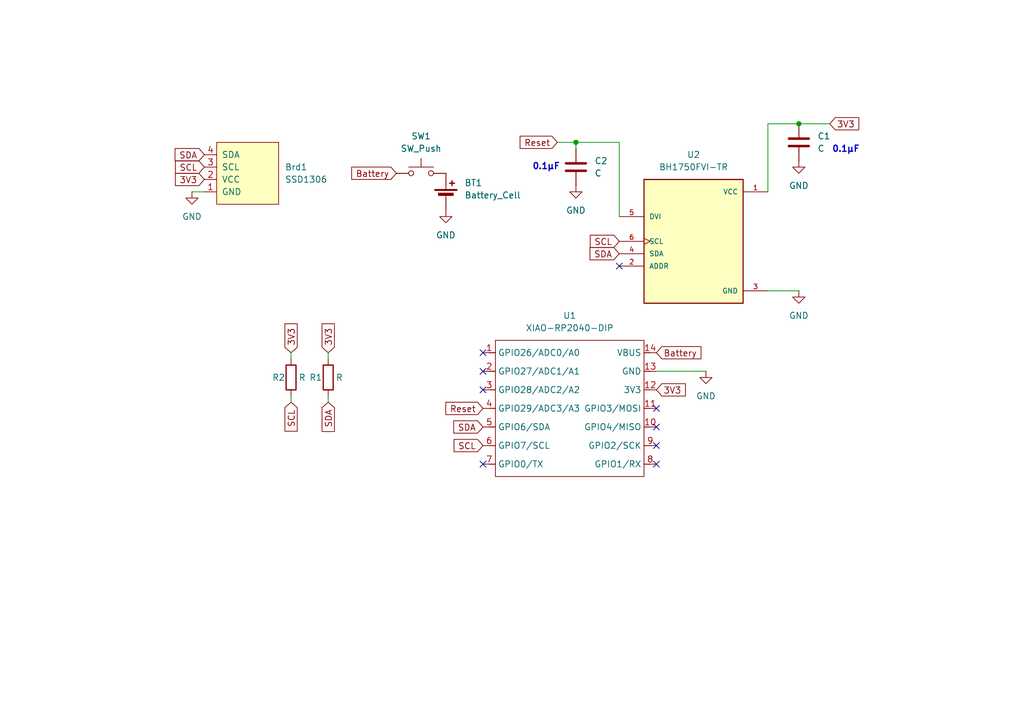
<source format=kicad_sch>
(kicad_sch (version 20250114) (generator "eeschema") (generator_version "9.0")
  (paper "A5")
  (title_block (title "LuminanceMeter Schematic") (date "2025-08-02") (rev "V0.1") (company "GB114"))
  (lib_symbols
    (symbol "BH1750FVI-TR:BH1750FVI-TR" (pin_names (offset 1.016))
      (property "Reference" "U" (at -10.1737 13.462 0))
      (property "Value" "BH1750FVI-TR" (at -9.922 -15.24 0))
      (symbol "BH1750FVI-TR_0_0"
        (rectangle (start -10.16 -12.7) (end 10.16 12.7) (stroke (width 0.254)) (fill (type background)))
        (pin input line (at -15.24 5.08 0) (length 5.08) (name "DVI") (number "5"))
        (pin input clock (at -15.24 0 0) (length 5.08) (name "SCL") (number "6"))
        (pin bidirectional line (at -15.24 -2.54 0) (length 5.08) (name "SDA") (number "4"))
        (pin input line (at -15.24 -5.08 0) (length 5.08) (name "ADDR") (number "2"))
        (pin power_in line (at 15.24 10.16 180) (length 5.08) (name "VCC") (number "1"))
        (pin power_in line (at 15.24 -10.16 180) (length 5.08) (name "GND") (number "3"))
      )
    )
    (symbol "Device:Battery_Cell" (pin_numbers (hide yes)) (pin_names (offset 0) (hide yes))
      (property "Reference" "BT" (at 2.54 2.54 0))
      (property "Value" "Battery_Cell" (at 2.54 0 0))
      (symbol "Battery_Cell_0_1"
        (rectangle (start -2.286 1.778) (end 2.286 1.524) (fill (type outline)))
        (rectangle (start -1.524 1.016) (end 1.524 0.508) (fill (type outline)))
        (polyline (pts (xy 0 1.778) (xy 0 2.54)))
        (polyline (pts (xy 0 0.762) (xy 0 0)))
        (polyline (pts (xy 0.762 3.048) (xy 1.778 3.048)) (stroke (width 0.254)))
        (polyline (pts (xy 1.27 3.556) (xy 1.27 2.54)) (stroke (width 0.254)))
      )
      (symbol "Battery_Cell_1_1"
        (pin passive line (at 0 5.08 270) (length 2.54) (name "+") (number "1"))
        (pin passive line (at 0 -2.54 90) (length 2.54) (name "-") (number "2"))
      )
    )
    (symbol "Device:C" (pin_numbers (hide yes)) (pin_names (offset 0.254))
      (property "Reference" "C" (at 0.635 2.54 0))
      (property "Value" "C" (at 0.635 -2.54 0))
      (symbol "C_0_1"
        (polyline (pts (xy -2.032 0.762) (xy 2.032 0.762)) (stroke (width 0.508)))
        (polyline (pts (xy -2.032 -0.762) (xy 2.032 -0.762)) (stroke (width 0.508)))
      )
      (symbol "C_1_1"
        (pin passive line (at 0 3.81 270) (length 2.794) (name "~") (number "1"))
        (pin passive line (at 0 -3.81 90) (length 2.794) (name "~") (number "2"))
      )
    )
    (symbol "Device:R" (pin_numbers (hide yes)) (pin_names (offset 0))
      (property "Reference" "R" (at 2.032 0 90))
      (property "Value" "R" (at 0 0 90))
      (symbol "R_0_1"
        (rectangle (start -1.016 -2.54) (end 1.016 2.54) (stroke (width 0.254)))
      )
      (symbol "R_1_1"
        (pin passive line (at 0 3.81 270) (length 1.27) (name "~") (number "1"))
        (pin passive line (at 0 -3.81 90) (length 1.27) (name "~") (number "2"))
      )
    )
    (symbol "SSD1306-128x64_OLED:SSD1306" (pin_names (offset 1.016))
      (property "Reference" "Brd" (at 0 -3.81 0))
      (property "Value" "SSD1306" (at 0 -1.27 0))
      (symbol "SSD1306_0_1"
        (rectangle (start -6.35 6.35) (end 6.35 -6.35) (fill (type background)))
      )
      (symbol "SSD1306_1_1"
        (pin input line (at -3.81 8.89 270) (length 2.54) (name "GND") (number "1"))
        (pin input line (at -1.27 8.89 270) (length 2.54) (name "VCC") (number "2"))
        (pin input line (at 1.27 8.89 270) (length 2.54) (name "SCL") (number "3"))
        (pin input line (at 3.81 8.89 270) (length 2.54) (name "SDA") (number "4"))
      )
    )
    (symbol "Seeed_Studio_XIAO_Series:XIAO-RP2040-DIP"
      (property "Reference" "U" (at 0 0 0))
      (property "Value" "XIAO-RP2040-DIP" (at 5.334 -1.778 0))
      (symbol "XIAO-RP2040-DIP_1_0"
        (polyline (pts (xy -1.27 -2.54) (xy 29.21 -2.54)) (stroke (width 0.1524)))
        (polyline (pts (xy -1.27 -5.08) (xy -2.54 -5.08)) (stroke (width 0.1524)))
        (polyline (pts (xy -1.27 -5.08) (xy -1.27 -2.54)) (stroke (width 0.1524)))
        (polyline (pts (xy -1.27 -8.89) (xy -2.54 -8.89)) (stroke (width 0.1524)))
        (polyline (pts (xy -1.27 -8.89) (xy -1.27 -5.08)) (stroke (width 0.1524)))
        (polyline (pts (xy -1.27 -12.7) (xy -2.54 -12.7)) (stroke (width 0.1524)))
        (polyline (pts (xy -1.27 -12.7) (xy -1.27 -8.89)) (stroke (width 0.1524)))
        (polyline (pts (xy -1.27 -16.51) (xy -2.54 -16.51)) (stroke (width 0.1524)))
        (polyline (pts (xy -1.27 -16.51) (xy -1.27 -12.7)) (stroke (width 0.1524)))
        (polyline (pts (xy -1.27 -20.32) (xy -2.54 -20.32)) (stroke (width 0.1524)))
        (polyline (pts (xy -1.27 -24.13) (xy -2.54 -24.13)) (stroke (width 0.1524)))
        (polyline (pts (xy -1.27 -27.94) (xy -2.54 -27.94)) (stroke (width 0.1524)))
        (polyline (pts (xy -1.27 -30.48) (xy -1.27 -16.51)) (stroke (width 0.1524)))
        (polyline (pts (xy 29.21 -2.54) (xy 29.21 -5.08)) (stroke (width 0.1524)))
        (polyline (pts (xy 29.21 -5.08) (xy 29.21 -8.89)) (stroke (width 0.1524)))
        (polyline (pts (xy 29.21 -8.89) (xy 29.21 -12.7)) (stroke (width 0.1524)))
        (polyline (pts (xy 29.21 -12.7) (xy 29.21 -30.48)) (stroke (width 0.1524)))
        (polyline (pts (xy 29.21 -30.48) (xy -1.27 -30.48)) (stroke (width 0.1524)))
        (polyline (pts (xy 30.48 -5.08) (xy 29.21 -5.08)) (stroke (width 0.1524)))
        (polyline (pts (xy 30.48 -8.89) (xy 29.21 -8.89)) (stroke (width 0.1524)))
        (polyline (pts (xy 30.48 -12.7) (xy 29.21 -12.7)) (stroke (width 0.1524)))
        (polyline (pts (xy 30.48 -16.51) (xy 29.21 -16.51)) (stroke (width 0.1524)))
        (polyline (pts (xy 30.48 -20.32) (xy 29.21 -20.32)) (stroke (width 0.1524)))
        (polyline (pts (xy 30.48 -24.13) (xy 29.21 -24.13)) (stroke (width 0.1524)))
        (polyline (pts (xy 30.48 -27.94) (xy 29.21 -27.94)) (stroke (width 0.1524)))
        (pin passive line (at -3.81 -5.08 0) (length 2.54) (name "GPIO26/ADC0/A0") (number "1"))
        (pin passive line (at -3.81 -8.89 0) (length 2.54) (name "GPIO27/ADC1/A1") (number "2"))
        (pin passive line (at -3.81 -12.7 0) (length 2.54) (name "GPIO28/ADC2/A2") (number "3"))
        (pin passive line (at -3.81 -16.51 0) (length 2.54) (name "GPIO29/ADC3/A3") (number "4"))
        (pin passive line (at -3.81 -20.32 0) (length 2.54) (name "GPIO6/SDA") (number "5"))
        (pin passive line (at -3.81 -24.13 0) (length 2.54) (name "GPIO7/SCL") (number "6"))
        (pin passive line (at -3.81 -27.94 0) (length 2.54) (name "GPIO0/TX") (number "7"))
        (pin passive line (at 31.75 -5.08 180) (length 2.54) (name "VBUS") (number "14"))
        (pin passive line (at 31.75 -8.89 180) (length 2.54) (name "GND") (number "13"))
        (pin passive line (at 31.75 -12.7 180) (length 2.54) (name "3V3") (number "12"))
        (pin passive line (at 31.75 -16.51 180) (length 2.54) (name "GPIO3/MOSI") (number "11"))
        (pin passive line (at 31.75 -20.32 180) (length 2.54) (name "GPIO4/MISO") (number "10"))
        (pin passive line (at 31.75 -24.13 180) (length 2.54) (name "GPIO2/SCK") (number "9"))
        (pin passive line (at 31.75 -27.94 180) (length 2.54) (name "GPIO1/RX") (number "8"))
      )
    )
    (symbol "Switch:SW_Push" (pin_numbers (hide yes)) (pin_names (offset 1.016) (hide yes))
      (property "Reference" "SW" (at 1.27 2.54 0))
      (property "Value" "SW_Push" (at 0 -1.524 0))
      (symbol "SW_Push_0_1"
        (circle (center -2.032 0) (radius 0.508))
        (polyline (pts (xy 0 1.27) (xy 0 3.048)))
        (circle (center 2.032 0) (radius 0.508))
        (polyline (pts (xy 2.54 1.27) (xy -2.54 1.27)))
        (pin passive line (at -5.08 0 0) (length 2.54) (name "1") (number "1"))
        (pin passive line (at 5.08 0 180) (length 2.54) (name "2") (number "2"))
      )
    )
    (symbol "power:GND" (power) (pin_numbers (hide yes)) (pin_names (offset 0) (hide yes))
      (property "Value" "GND" (at 0 -3.81 0))
      (symbol "GND_0_1"
        (polyline (pts (xy 0 0) (xy 0 -1.27) (xy 1.27 -1.27) (xy 0 -2.54) (xy -1.27 -1.27) (xy 0 -1.27)))
      )
      (symbol "GND_1_1"
        (pin power_in line (at 0 0 270) (length 0) (name "~") (number "1"))
      )
    )
  )
  (text "0.1µF" (at 112.014 34.29 0) (effects (font (size 1.27 1.27) (thickness 0.254) (bold yes))))
  (text "0.1µF" (at 173.482 30.734 0) (effects (font (size 1.27 1.27) (thickness 0.254) (bold yes))))
  (junction (at 118.11 29.21))
  (junction (at 163.83 25.4))
  (no_connect (at 134.62 91.44))
  (no_connect (at 127 54.61))
  (no_connect (at 134.62 83.82))
  (no_connect (at 134.62 95.25))
  (no_connect (at 99.06 95.25))
  (no_connect (at 99.06 72.39))
  (no_connect (at 134.62 87.63))
  (no_connect (at 99.06 80.01))
  (no_connect (at 99.06 76.2))
  (wire (pts (xy 127 44.45) (xy 127 29.21)))
  (wire (pts (xy 157.48 25.4) (xy 163.83 25.4)))
  (wire (pts (xy 114.3 29.21) (xy 118.11 29.21)))
  (wire (pts (xy 67.31 82.55) (xy 67.31 81.28)))
  (wire (pts (xy 163.83 59.69) (xy 157.48 59.69)))
  (wire (pts (xy 39.37 39.37) (xy 41.91 39.37)))
  (wire (pts (xy 134.62 76.2) (xy 144.78 76.2)))
  (wire (pts (xy 59.69 72.39) (xy 59.69 73.66)))
  (wire (pts (xy 118.11 29.21) (xy 127 29.21)))
  (wire (pts (xy 59.69 81.28) (xy 59.69 82.55)))
  (wire (pts (xy 170.18 25.4) (xy 163.83 25.4)))
  (wire (pts (xy 67.31 72.39) (xy 67.31 73.66)))
  (wire (pts (xy 157.48 25.4) (xy 157.48 39.37)))
  (wire (pts (xy 118.11 29.21) (xy 118.11 30.48)))
  (global_label "SDA" (shape input) (at 127 52.07 180) (property "Intersheetrefs" "${INTERSHEET_REFS}" (effects (hide yes))))
  (global_label "Battery" (shape input) (at 134.62 72.39 0) (property "Intersheetrefs" "${INTERSHEET_REFS}" (effects (hide yes))))
  (global_label "SCL" (shape input) (at 59.69 82.55 270) (property "Intersheetrefs" "${INTERSHEET_REFS}" (effects (hide yes))))
  (global_label "Battery" (shape input) (at 81.28 35.56 180) (property "Intersheetrefs" "${INTERSHEET_REFS}" (effects (hide yes))))
  (global_label "Reset" (shape input) (at 114.3 29.21 180) (property "Intersheetrefs" "${INTERSHEET_REFS}" (effects (hide yes))))
  (global_label "3V3" (shape input) (at 170.18 25.4 0) (property "Intersheetrefs" "${INTERSHEET_REFS}" (effects (hide yes))))
  (global_label "Reset" (shape input) (at 99.06 83.82 180) (property "Intersheetrefs" "${INTERSHEET_REFS}" (effects (hide yes))))
  (global_label "3V3" (shape input) (at 67.31 72.39 90) (property "Intersheetrefs" "${INTERSHEET_REFS}" (effects (hide yes))))
  (global_label "SDA" (shape input) (at 67.31 82.55 270) (property "Intersheetrefs" "${INTERSHEET_REFS}" (effects (hide yes))))
  (global_label "SCL" (shape input) (at 99.06 91.44 180) (property "Intersheetrefs" "${INTERSHEET_REFS}" (effects (hide yes))))
  (global_label "SCL" (shape input) (at 41.91 34.29 180) (property "Intersheetrefs" "${INTERSHEET_REFS}" (effects (hide yes))))
  (global_label "3V3" (shape input) (at 41.91 36.83 180) (property "Intersheetrefs" "${INTERSHEET_REFS}" (effects (hide yes))))
  (global_label "3V3" (shape input) (at 59.69 72.39 90) (property "Intersheetrefs" "${INTERSHEET_REFS}" (effects (hide yes))))
  (global_label "SDA" (shape input) (at 99.06 87.63 180) (property "Intersheetrefs" "${INTERSHEET_REFS}" (effects (hide yes))))
  (global_label "SCL" (shape input) (at 127 49.53 180) (property "Intersheetrefs" "${INTERSHEET_REFS}" (effects (hide yes))))
  (global_label "SDA" (shape input) (at 41.91 31.75 180) (property "Intersheetrefs" "${INTERSHEET_REFS}" (effects (hide yes))))
  (global_label "3V3" (shape input) (at 134.62 80.01 0) (property "Intersheetrefs" "${INTERSHEET_REFS}" (effects (hide yes))))
  (symbol (lib_id "power:GND") (at 163.83 33.02 0) (unit 1)
    (property "Reference" "#PWR04" (effects (hide yes)))
    (property "Value" "GND" (at 163.83 38.1 0))
    (property "Description" "Power symbol creates a global label with name \"GND\" , ground" (effects (hide yes)))
  )
  (symbol (lib_id "power:GND") (at 91.44 43.18 0) (unit 1)
    (property "Reference" "#PWR03" (effects (hide yes)))
    (property "Value" "GND" (at 91.44 48.26 0))
    (property "Description" "Power symbol creates a global label with name \"GND\" , ground" (effects (hide yes)))
  )
  (symbol (lib_id "Device:C") (at 163.83 29.21 0) (unit 1)
    (property "Reference" "C1" (at 167.64 27.9399 0) (effects (justify left)))
    (property "Value" "C" (at 167.64 30.4799 0) (effects (justify left)))
    (property "Footprint" "Hermes-footprints:CAPC1005X55N" (effects (hide yes)))
    (property "Description" "Unpolarized capacitor" (effects (hide yes)))
  )
  (symbol (lib_id "power:GND") (at 163.83 59.69 0) (unit 1)
    (property "Reference" "#PWR05" (effects (hide yes)))
    (property "Value" "GND" (at 163.83 64.77 0))
    (property "Description" "Power symbol creates a global label with name \"GND\" , ground" (effects (hide yes)))
  )
  (symbol (lib_id "power:GND") (at 39.37 39.37 0) (unit 1)
    (property "Reference" "#PWR01" (effects (hide yes)))
    (property "Value" "GND" (at 39.37 44.45 0))
    (property "Description" "Power symbol creates a global label with name \"GND\" , ground" (effects (hide yes)))
  )
  (symbol (lib_id "Switch:SW_Push") (at 86.36 35.56 0) (unit 1)
    (property "Reference" "SW1" (at 86.36 27.94 0))
    (property "Value" "SW_Push" (at 86.36 30.48 0))
    (property "Footprint" "Button_Switch_THT:SW_PUSH_6mm" (effects (hide yes)))
    (property "Description" "Push button switch, generic, two pins" (effects (hide yes)))
  )
  (symbol (lib_id "BH1750FVI-TR:BH1750FVI-TR") (at 142.24 49.53 0) (unit 1)
    (property "Reference" "U2" (at 142.24 31.75 0))
    (property "Value" "BH1750FVI-TR" (at 142.24 34.29 0))
    (property "Footprint" "Hermes-footprints:XDCR_BH1750FVI-TR" (effects (hide yes)))
    (property "MF" "Rohm" (effects (hide yes)))
    (property "MAXIMUM_PACKAGE_HEIGHT" "0.75mm" (effects (hide yes)))
    (property "Package" "SMD-6 ROHM Semiconductor" (effects (hide yes)))
    (property "Price" "None" (effects (hide yes)))
    (property "Check_prices" "https://www.snapeda.com/parts/BH1750FVI-TR/Rohm/view-part/?ref=eda" (effects (hide yes)))
    (property "STANDARD" "Manufacturer recommendations" (effects (hide yes)))
    (property "PARTREV" "D" (effects (hide yes)))
    (property "SnapEDA_Link" "https://www.snapeda.com/parts/BH1750FVI-TR/Rohm/view-part/?ref=snap" (effects (hide yes)))
    (property "MP" "BH1750FVI-TR" (effects (hide yes)))
    (property "Description_1" "Optical Sensor Ambient 560nm I2C 6-SMD, Flat Lead Exposed Pad" (effects (hide yes)))
    (property "Availability" "In Stock" (effects (hide yes)))
    (property "MANUFACTURER" "Rohm" (effects (hide yes)))
  )
  (symbol (lib_id "power:GND") (at 144.78 76.2 0) (unit 1)
    (property "Reference" "#PWR02" (effects (hide yes)))
    (property "Value" "GND" (at 144.78 81.28 0))
    (property "Description" "Power symbol creates a global label with name \"GND\" , ground" (effects (hide yes)))
  )
  (symbol (lib_id "SSD1306-128x64_OLED:SSD1306") (at 50.8 35.56 90) (unit 1)
    (property "Reference" "Brd1" (at 58.42 34.2899 90) (effects (justify right)))
    (property "Value" "SSD1306" (at 58.42 36.8299 90) (effects (justify right)))
    (property "Footprint" "Hermes-footprints:128x64OLED" (effects (hide yes)))
  )
  (symbol (lib_id "power:GND") (at 118.11 38.1 0) (unit 1)
    (property "Reference" "#PWR06" (effects (hide yes)))
    (property "Value" "GND" (at 118.11 43.18 0))
    (property "Description" "Power symbol creates a global label with name \"GND\" , ground" (effects (hide yes)))
  )
  (symbol (lib_id "Device:R") (at 67.31 77.47 180) (unit 1)
    (property "Reference" "R1" (at 64.77 77.47 0))
    (property "Value" "R" (at 69.596 77.47 0))
    (property "Footprint" "Resistor_THT:R_Axial_DIN0204_L3.6mm_D1.6mm_P5.08mm_Horizontal" (effects (hide yes)))
    (property "Description" "Resistor" (effects (hide yes)))
  )
  (symbol (lib_id "Device:Battery_Cell") (at 91.44 40.64 0) (unit 1)
    (property "Reference" "BT1" (at 95.25 37.5284 0) (effects (justify left)))
    (property "Value" "Battery_Cell" (at 95.25 40.0684 0) (effects (justify left)))
    (property "Footprint" "Battery:BatteryHolder_Keystone_3034_1x20mm" (effects (hide yes)))
    (property "Description" "Single-cell battery" (effects (hide yes)))
  )
  (symbol (lib_id "Seeed_Studio_XIAO_Series:XIAO-RP2040-DIP") (at 102.87 67.31 0) (unit 1)
    (property "Reference" "U1" (at 116.84 64.77 0))
    (property "Value" "XIAO-RP2040-DIP" (at 116.84 67.31 0))
    (property "Footprint" "Hermes-footprints:XIAO-RP2040-DIP" (effects (hide yes)))
  )
  (symbol (lib_id "Device:R") (at 59.69 77.47 180) (unit 1)
    (property "Reference" "R2" (at 57.15 77.47 0))
    (property "Value" "R" (at 61.976 77.47 0))
    (property "Footprint" "Resistor_THT:R_Axial_DIN0204_L3.6mm_D1.6mm_P5.08mm_Horizontal" (effects (hide yes)))
    (property "Description" "Resistor" (effects (hide yes)))
  )
  (symbol (lib_id "Device:C") (at 118.11 34.29 0) (unit 1)
    (property "Reference" "C2" (at 121.92 33.0199 0) (effects (justify left)))
    (property "Value" "C" (at 121.92 35.5599 0) (effects (justify left)))
    (property "Footprint" "Hermes-footprints:CAPC1005X55N" (effects (hide yes)))
    (property "Description" "Unpolarized capacitor" (effects (hide yes)))
  )
)
</source>
